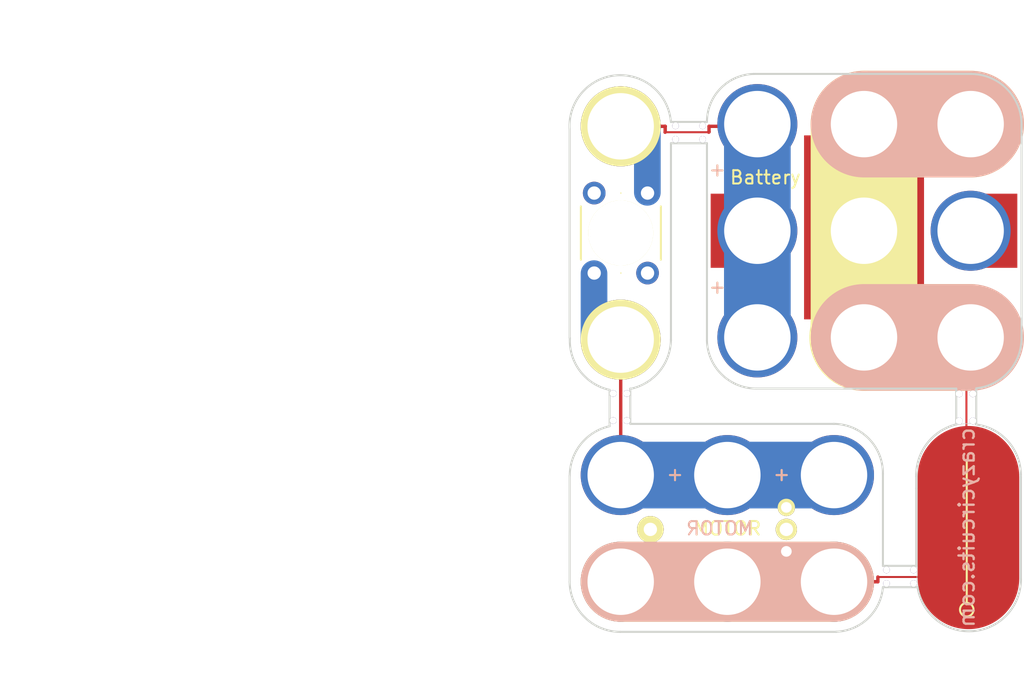
<source format=kicad_pcb>
(kicad_pcb (version 4) (host pcbnew 4.0.4+e1-6308~48~ubuntu16.04.1-stable)

  (general
    (links 0)
    (no_connects 0)
    (area 104.572999 74.854999 185.911048 126.983047)
    (thickness 1.6)
    (drawings 57)
    (tracks 24)
    (zones 0)
    (modules 8)
    (nets 1)
  )

  (page USLetter)
  (title_block
    (company "All Rights Reserved")
    (comment 1 help@browndoggadgets.com)
    (comment 2 http://www.browndoggadgets.com/)
    (comment 3 "Company: Brown Dog Gadgets")
  )

  (layers
    (0 F.Cu signal)
    (31 B.Cu signal)
    (34 B.Paste user)
    (35 F.Paste user)
    (36 B.SilkS user)
    (37 F.SilkS user)
    (38 B.Mask user)
    (39 F.Mask user)
    (44 Edge.Cuts user)
    (46 B.CrtYd user)
    (47 F.CrtYd user)
    (48 B.Fab user)
    (49 F.Fab user)
  )

  (setup
    (last_trace_width 0.254)
    (user_trace_width 0.1524)
    (user_trace_width 0.254)
    (user_trace_width 0.3302)
    (user_trace_width 0.508)
    (user_trace_width 0.762)
    (user_trace_width 1.27)
    (trace_clearance 0.254)
    (zone_clearance 0.508)
    (zone_45_only no)
    (trace_min 0.1524)
    (segment_width 0.1524)
    (edge_width 0.1524)
    (via_size 0.6858)
    (via_drill 0.3302)
    (via_min_size 0.6858)
    (via_min_drill 0.3302)
    (user_via 0.6858 0.3302)
    (user_via 0.762 0.4064)
    (user_via 0.8636 0.508)
    (uvia_size 0.6858)
    (uvia_drill 0.3302)
    (uvias_allowed no)
    (uvia_min_size 0)
    (uvia_min_drill 0)
    (pcb_text_width 0.1524)
    (pcb_text_size 1.016 1.016)
    (mod_edge_width 0.1524)
    (mod_text_size 1.016 1.016)
    (mod_text_width 0.1524)
    (pad_size 1.524 1.524)
    (pad_drill 0.762)
    (pad_to_mask_clearance 0.0762)
    (solder_mask_min_width 0.1016)
    (pad_to_paste_clearance -0.0762)
    (aux_axis_origin 0 0)
    (visible_elements FFFEDF7D)
    (pcbplotparams
      (layerselection 0x310fc_80000001)
      (usegerberextensions true)
      (excludeedgelayer true)
      (linewidth 0.100000)
      (plotframeref false)
      (viasonmask false)
      (mode 1)
      (useauxorigin false)
      (hpglpennumber 1)
      (hpglpenspeed 20)
      (hpglpendiameter 15)
      (hpglpenoverlay 2)
      (psnegative false)
      (psa4output false)
      (plotreference true)
      (plotvalue true)
      (plotinvisibletext false)
      (padsonsilk false)
      (subtractmaskfromsilk false)
      (outputformat 1)
      (mirror false)
      (drillshape 0)
      (scaleselection 1)
      (outputdirectory gerbers))
  )

  (net 0 "")

  (net_class Default "This is the default net class."
    (clearance 0.254)
    (trace_width 0.254)
    (via_dia 0.6858)
    (via_drill 0.3302)
    (uvia_dia 0.6858)
    (uvia_drill 0.3302)
  )

  (module Rewire_Circuits:TAB-20MIL-2x2-SNAP (layer F.Cu) (tedit 582F3AD7) (tstamp 58330E73)
    (at 172.085 118.11 270)
    (fp_text reference REF** (at 1.778 -4.318 270) (layer F.Fab) hide
      (effects (font (size 1 1) (thickness 0.15)))
    )
    (fp_text value TAB-20MIL-2x4-SNAP (at 0 -4.1 270) (layer F.Fab) hide
      (effects (font (size 1 1) (thickness 0.15)))
    )
    (fp_line (start -0.762 1.27) (end -0.762 -1.27) (layer F.Fab) (width 0.04064))
    (fp_line (start 0.762 1.27) (end 0.762 -1.27) (layer F.Fab) (width 0.04064))
    (pad 1 thru_hole circle (at -0.508 -1.016 270) (size 0.5 0.5) (drill 0.5) (layers *.Cu))
    (pad 1 thru_hole circle (at 0.508 -1.016 270) (size 0.5 0.5) (drill 0.5) (layers *.Cu))
    (pad 1 thru_hole circle (at 0.508 1.016 270) (size 0.5 0.5) (drill 0.5) (layers *.Cu))
    (pad 1 thru_hole circle (at -0.508 1.016 270) (size 0.5 0.5) (drill 0.5) (layers *.Cu))
  )

  (module Rewire_Circuits:TAB-20MIL-2x2-SNAP (layer F.Cu) (tedit 582F3AD7) (tstamp 58330E6A)
    (at 177.038 105.41 180)
    (fp_text reference REF** (at 1.778 -4.318 180) (layer F.Fab) hide
      (effects (font (size 1 1) (thickness 0.15)))
    )
    (fp_text value TAB-20MIL-2x4-SNAP (at 0 -4.1 180) (layer F.Fab) hide
      (effects (font (size 1 1) (thickness 0.15)))
    )
    (fp_line (start -0.762 1.27) (end -0.762 -1.27) (layer F.Fab) (width 0.04064))
    (fp_line (start 0.762 1.27) (end 0.762 -1.27) (layer F.Fab) (width 0.04064))
    (pad 1 thru_hole circle (at -0.508 -1.016 180) (size 0.5 0.5) (drill 0.5) (layers *.Cu))
    (pad 1 thru_hole circle (at 0.508 -1.016 180) (size 0.5 0.5) (drill 0.5) (layers *.Cu))
    (pad 1 thru_hole circle (at 0.508 1.016 180) (size 0.5 0.5) (drill 0.5) (layers *.Cu))
    (pad 1 thru_hole circle (at -0.508 1.016 180) (size 0.5 0.5) (drill 0.5) (layers *.Cu))
  )

  (module Rewire_Circuits:TAB-20MIL-2x2-SNAP (layer F.Cu) (tedit 582F3AD7) (tstamp 5832FFA1)
    (at 156.2608 84.7979 90)
    (fp_text reference REF** (at 1.778 -4.318 90) (layer F.Fab) hide
      (effects (font (size 1 1) (thickness 0.15)))
    )
    (fp_text value TAB-20MIL-2x4-SNAP (at 0 -4.1 90) (layer F.Fab) hide
      (effects (font (size 1 1) (thickness 0.15)))
    )
    (fp_line (start -0.762 1.27) (end -0.762 -1.27) (layer F.Fab) (width 0.04064))
    (fp_line (start 0.762 1.27) (end 0.762 -1.27) (layer F.Fab) (width 0.04064))
    (pad 1 thru_hole circle (at -0.508 -1.016 90) (size 0.5 0.5) (drill 0.5) (layers *.Cu))
    (pad 1 thru_hole circle (at 0.508 -1.016 90) (size 0.5 0.5) (drill 0.5) (layers *.Cu))
    (pad 1 thru_hole circle (at 0.508 1.016 90) (size 0.5 0.5) (drill 0.5) (layers *.Cu))
    (pad 1 thru_hole circle (at -0.508 1.016 90) (size 0.5 0.5) (drill 0.5) (layers *.Cu))
  )

  (module Rewire_Circuits:VIBE-MOTOR-2x3 (layer F.Cu) (tedit 58333C20) (tstamp 5832EC77)
    (at 167.132 110.49 180)
    (fp_text reference REF** (at 8.575 -4.575 360) (layer F.SilkS) hide
      (effects (font (size 1 1) (thickness 0.15)))
    )
    (fp_text value MOTOR (at 8.575 -4 180) (layer B.SilkS)
      (effects (font (size 1 1) (thickness 0.15)) (justify mirror))
    )
    (fp_line (start 16 -8) (end 0 -8) (layer B.Mask) (width 5))
    (fp_line (start 0 0) (end 16 0) (layer B.Cu) (width 5))
    (fp_line (start 0 0) (end 16 0) (layer B.Mask) (width 5))
    (fp_line (start 0 -8) (end 16 -8) (layer B.Cu) (width 5))
    (fp_line (start 0 -8) (end 16 -8) (layer F.SilkS) (width 6))
    (fp_text user + (at 4 0 270) (layer B.SilkS)
      (effects (font (size 1 1) (thickness 0.15)) (justify mirror))
    )
    (fp_text user + (at 12 0 270) (layer F.SilkS)
      (effects (font (size 1 1) (thickness 0.15)))
    )
    (fp_text user - (at 4 -8 360) (layer F.SilkS)
      (effects (font (size 1 1) (thickness 0.15)))
    )
    (fp_text user - (at 12 -8 180) (layer F.SilkS)
      (effects (font (size 1 1) (thickness 0.15)))
    )
    (fp_text user + (at 4 0 270) (layer F.SilkS)
      (effects (font (size 1 1) (thickness 0.15)))
    )
    (fp_text user + (at 12 0 270) (layer B.SilkS)
      (effects (font (size 1 1) (thickness 0.15)) (justify mirror))
    )
    (fp_line (start 0 -8) (end 16 -8) (layer B.SilkS) (width 6))
    (fp_arc (start 0.106632 -8.00018) (end -3.693368 -7.90018) (angle 89.9) (layer F.Fab) (width 0.04064))
    (fp_arc (start 0.111824 0) (end 0.411824 3.8) (angle 94.51398846) (layer F.Fab) (width 0.04064))
    (fp_arc (start 16 0) (end 19.8 -0.1) (angle 91.50743576) (layer F.Fab) (width 0.04064))
    (fp_arc (start 16 -8) (end 15.9 -11.8) (angle 91.50743576) (layer F.Fab) (width 0.04064))
    (fp_line (start 19.8 -8) (end 19.8 0) (layer F.Fab) (width 0.04064))
    (fp_line (start 16 -11.8) (end 0 -11.8) (layer F.Fab) (width 0.04064))
    (fp_line (start 16 3.8) (end 0.3 3.8) (layer F.Fab) (width 0.04064))
    (fp_line (start -3.7 -8) (end -3.7 0) (layer F.Fab) (width 0.04064))
    (fp_text user MOTOR (at 8 -4 180) (layer F.Fab)
      (effects (font (size 1 1) (thickness 0.15)))
    )
    (pad 1 thru_hole circle (at 3.575 -2.425 270) (size 1.3 1.3) (drill 0.8) (layers *.Cu *.Mask F.SilkS))
    (pad 3 thru_hole circle (at 3.575 -4.075 270) (size 1.6 1.6) (drill 1) (layers *.Cu *.Mask F.SilkS))
    (pad 2 thru_hole circle (at 3.575 -5.725 270) (size 1.3 1.3) (drill 0.8) (layers *.Cu *.Mask F.SilkS))
    (pad 3 thru_hole circle (at 13.775 -4.075 270) (size 2 2) (drill 1) (layers *.Cu *.Mask F.SilkS))
    (pad 1 thru_hole circle (at 16 0 180) (size 6 6) (drill 4.98) (layers *.Cu *.Mask))
    (pad 1 thru_hole circle (at 0 0 180) (size 6 6) (drill 4.98) (layers *.Cu *.Mask))
    (pad 2 thru_hole circle (at 0 -8 180) (size 6 6) (drill 4.98) (layers *.Cu *.Mask))
    (pad 2 thru_hole circle (at 8 -8 180) (size 6 6) (drill 4.98) (layers *.Cu *.Mask))
    (pad 2 thru_hole circle (at 16 -8 180) (size 6 6) (drill 4.98) (layers *.Cu *.Mask))
    (pad 1 thru_hole circle (at 8 0 180) (size 6 6) (drill 4.98) (layers *.Cu *.Mask))
  )

  (module Rewire_Circuits:BUTTON-1x3-TH-OMRON-B3F-1XXX (layer F.Cu) (tedit 58333C26) (tstamp 5832F2CB)
    (at 151.13 100.33 90)
    (descr "BUTTON 1x3 TH OMRON B3F-1XXX")
    (tags "Omron B3F-10xx")
    (fp_text reference SWITCH (at 8.05 0.15 90) (layer F.Fab)
      (effects (font (size 1 1) (thickness 0.15)))
    )
    (fp_text value Pushbutton (at 7.55 -4.6 270) (layer F.Fab) hide
      (effects (font (size 1 1) (thickness 0.15)))
    )
    (fp_line (start 16 3.8) (end 0 3.8) (layer F.Fab) (width 0.05))
    (fp_line (start 0 -3.8) (end 16 -3.8) (layer F.Fab) (width 0.05))
    (fp_arc (start 0 0) (end 0 3.8) (angle 180) (layer F.Fab) (width 0.05))
    (fp_line (start 4.95 -2) (end 0 -2) (layer B.Cu) (width 2))
    (fp_line (start 5.9934 3.0142) (end 9.9934 3.0142) (layer F.SilkS) (width 0.15))
    (fp_line (start 5.9934 -2.9858) (end 9.9934 -2.9858) (layer F.SilkS) (width 0.15))
    (fp_line (start 4.9934 0.0142) (end 4.9934 0.0142) (layer F.SilkS) (width 0))
    (fp_line (start 9.9934 3.0142) (end 5.9934 3.0142) (layer F.SilkS) (width 0))
    (fp_line (start 9.9934 -2.9858) (end 5.9934 -2.9858) (layer F.SilkS) (width 0))
    (fp_line (start 10.9934 0.0142) (end 10.9934 0.0142) (layer F.SilkS) (width 0))
    (fp_circle (center 7.9934 0.0142) (end 8.9934 1.0142) (layer F.SilkS) (width 0))
    (fp_line (start 16 2) (end 11.05 2) (layer B.Cu) (width 2))
    (fp_arc (start 16 0) (end 16 -3.8) (angle 180) (layer F.Fab) (width 0.05))
    (pad 2 thru_hole circle (at 10.9934 2.0142 90) (size 1.7 1.7) (drill 1) (layers *.Cu *.Mask))
    (pad 2 thru_hole circle (at 4.9934 2.0142 90) (size 1.7 1.7) (drill 1) (layers *.Cu *.Mask))
    (pad 1 thru_hole circle (at 10.9934 -1.9858 90) (size 1.7 1.7) (drill 1) (layers *.Cu *.Mask))
    (pad 1 thru_hole circle (at 4.9934 -1.9858 90) (size 1.7 1.7) (drill 1) (layers *.Cu *.Mask))
    (pad "" np_thru_hole circle (at 8 0 90) (size 4.88 4.88) (drill 4.98) (layers *.Cu *.Mask F.SilkS))
    (pad 1 thru_hole circle (at 0 0 90) (size 6 6) (drill 4.98) (layers *.Cu *.Mask F.SilkS))
    (pad 2 thru_hole circle (at 16 0 90) (size 6 6) (drill 4.98) (layers *.Cu *.Mask F.SilkS))
  )

  (module Rewire_Circuits:TAB-20MIL-2x2-SNAP (layer F.Cu) (tedit 582F3AD7) (tstamp 5832FF9F)
    (at 151.0792 105.3846 180)
    (fp_text reference REF** (at 1.778 -4.318 180) (layer F.Fab) hide
      (effects (font (size 1 1) (thickness 0.15)))
    )
    (fp_text value TAB-20MIL-2x4-SNAP (at 0 -4.1 180) (layer F.Fab) hide
      (effects (font (size 1 1) (thickness 0.15)))
    )
    (fp_line (start -0.762 1.27) (end -0.762 -1.27) (layer F.Fab) (width 0.04064))
    (fp_line (start 0.762 1.27) (end 0.762 -1.27) (layer F.Fab) (width 0.04064))
    (pad 1 thru_hole circle (at -0.508 -1.016 180) (size 0.5 0.5) (drill 0.5) (layers *.Cu))
    (pad 1 thru_hole circle (at 0.508 -1.016 180) (size 0.5 0.5) (drill 0.5) (layers *.Cu))
    (pad 1 thru_hole circle (at 0.508 1.016 180) (size 0.5 0.5) (drill 0.5) (layers *.Cu))
    (pad 1 thru_hole circle (at -0.508 1.016 180) (size 0.5 0.5) (drill 0.5) (layers *.Cu))
  )

  (module Crazy_Circuits:LOGO-CRAZY-1x2 (layer F.Cu) (tedit 58657A78) (tstamp 58330E3E)
    (at 181.1528 114.427 90)
    (descr LOGO)
    (tags LOGO)
    (fp_text reference LOGO (at 0 -3.52806 90) (layer F.Fab)
      (effects (font (size 1 1) (thickness 0.15)))
    )
    (fp_text value "BROWN DOG" (at -0.381 -8.89 90) (layer B.SilkS) hide
      (effects (font (size 1.27 1.27) (thickness 0.254)) (justify mirror))
    )
    (fp_text user crazycircuits.com (at 0 -4.064 90) (layer B.SilkS)
      (effects (font (size 1.143 1.143) (thickness 0.1778)) (justify mirror))
    )
    (fp_line (start 6.096 -5.2705) (end 4.953 -4.318) (layer F.Mask) (width 0.1524))
    (fp_line (start 4.7625 -4.318) (end 6.096 -5.2705) (layer F.Mask) (width 0.1524))
    (fp_line (start 5.715 -5.1435) (end 4.7625 -4.318) (layer F.Mask) (width 0.1524))
    (fp_line (start 4.6355 -4.3815) (end 5.715 -5.1435) (layer F.Mask) (width 0.1524))
    (fp_line (start 5.5245 -5.08) (end 4.6355 -4.3815) (layer F.Mask) (width 0.1524))
    (fp_line (start 4.3815 -4.318) (end 5.5245 -5.08) (layer F.Mask) (width 0.1524))
    (fp_line (start 5.207 -4.953) (end 4.3815 -4.318) (layer F.Mask) (width 0.1524))
    (fp_line (start 4.2545 -4.3815) (end 5.207 -4.953) (layer F.Mask) (width 0.1524))
    (fp_line (start 5.0165 -4.953) (end 4.2545 -4.3815) (layer F.Mask) (width 0.1524))
    (fp_line (start 4.2545 -4.5085) (end 5.0165 -4.953) (layer F.Mask) (width 0.1524))
    (fp_line (start 4.7625 -4.953) (end 4.2545 -4.5085) (layer F.Mask) (width 0.1524))
    (fp_line (start 4.191 -4.6355) (end 4.7625 -4.953) (layer F.Mask) (width 0.1524))
    (fp_line (start 4.7625 -5.1435) (end 4.191 -4.6355) (layer F.Mask) (width 0.1524))
    (fp_line (start 4.7625 -5.2705) (end 4.1275 -4.7625) (layer F.Mask) (width 0.1524))
    (fp_line (start 4.8895 -5.461) (end 4.064 -4.8895) (layer F.Mask) (width 0.1524))
    (fp_line (start 4.8895 -5.588) (end 4.064 -5.0165) (layer F.Mask) (width 0.1524))
    (fp_line (start 3.048 -4.3815) (end 2.413 -5.2705) (layer F.Mask) (width 0.254))
    (fp_line (start 4.953 -4.2545) (end 2.9845 -4.2545) (layer F.Mask) (width 0.1524))
    (fp_line (start 6.5405 -5.3975) (end 4.953 -4.2545) (layer F.Mask) (width 0.1524))
    (fp_line (start 4.7625 -4.953) (end 6.5405 -5.3975) (layer F.Mask) (width 0.1524))
    (fp_line (start 5.08 -5.842) (end 4.7625 -4.953) (layer F.Mask) (width 0.1524))
    (fp_line (start 4.0005 -5.1435) (end 5.08 -5.842) (layer F.Mask) (width 0.1524))
    (fp_line (start 3.175 -6.604) (end 4.0005 -5.08) (layer F.Mask) (width 0.1524))
    (fp_line (start 3.2385 -5.207) (end 3.175 -6.604) (layer F.Mask) (width 0.1524))
    (fp_line (start 2.159 -5.461) (end 3.2385 -5.207) (layer F.Mask) (width 0.1524))
    (fp_line (start 2.9845 -4.2545) (end 2.159 -5.461) (layer F.Mask) (width 0.1524))
    (fp_line (start -5.588 -4.064) (end 5.08 -4.064) (layer F.SilkS) (width 0.1524))
    (fp_circle (center -6.1595 -4.064) (end -5.82208 -3.683) (layer F.SilkS) (width 0.1524))
    (fp_text user CRAZY (at -2.032 -5.588 90) (layer F.SilkS) hide
      (effects (font (thickness 0.381)))
    )
    (fp_line (start 3.9 -7.8) (end -3.9 -7.8) (layer F.Fab) (width 0.04064))
    (fp_line (start 3.9 0) (end -3.9 0) (layer F.Fab) (width 0.04064))
    (fp_arc (start 3.9 -3.9) (end 3.9 -7.8) (angle 90) (layer F.Fab) (width 0.04064))
    (fp_arc (start 3.9 -3.9) (end 7.8 -3.9) (angle 90) (layer F.Fab) (width 0.04064))
    (fp_arc (start -3.9 -3.9) (end -3.9 0) (angle 90) (layer F.Fab) (width 0.04064))
    (fp_arc (start -3.9 -3.9) (end -7.8 -3.9) (angle 90) (layer F.Fab) (width 0.04064))
    (fp_line (start 3.9 -7.8) (end -3.9 -7.8) (layer Edge.Cuts) (width 0.04064))
    (fp_line (start 3.9 0) (end -3.9 0) (layer Edge.Cuts) (width 0.04064))
    (fp_arc (start 3.9 -3.9) (end 3.9 -7.8) (angle 90) (layer Edge.Cuts) (width 0.04064))
    (fp_arc (start 3.9 -3.9) (end 7.8 -3.9) (angle 90) (layer Edge.Cuts) (width 0.04064))
    (fp_arc (start -3.9 -3.9) (end -3.9 0) (angle 90) (layer Edge.Cuts) (width 0.04064))
    (fp_arc (start -3.9 -3.9) (end -7.8 -3.9) (angle 90) (layer Edge.Cuts) (width 0.04064))
    (fp_text user CIRCUITS (at 0.254 -2.286 90) (layer F.SilkS) hide
      (effects (font (thickness 0.381)))
    )
    (fp_line (start 3.2385 -4.3815) (end 2.6035 -5.2705) (layer F.Mask) (width 0.254))
    (fp_line (start 3.429 -4.3815) (end 2.8575 -5.207) (layer F.Mask) (width 0.254))
    (fp_line (start 3.556 -4.3815) (end 3.1115 -5.1435) (layer F.Mask) (width 0.254))
    (fp_line (start 3.81 -4.3815) (end 3.3655 -5.207) (layer F.Mask) (width 0.254))
    (fp_line (start 4.0005 -4.3815) (end 3.429 -5.461) (layer F.Mask) (width 0.254))
    (fp_line (start 4.191 -4.3815) (end 3.302 -6.096) (layer F.Mask) (width 0.254))
    (fp_line (start 3.3655 -5.3975) (end 3.302 -6.223) (layer F.Mask) (width 0.254))
    (pad BG smd oval (at 0 -3.937 90) (size 15.24 7.62) (layers F.Cu))
  )

  (module Crazy_Circuits:CR2032-3x3-NO-ROTATE (layer F.Cu) (tedit 584E3091) (tstamp 5832F955)
    (at 177.3809 84.1639 180)
    (fp_text reference BT1 (at 4 -8 270) (layer F.Fab) hide
      (effects (font (size 1 1) (thickness 0.15)))
    )
    (fp_text value Battery (at 15.4 -4 180) (layer F.SilkS)
      (effects (font (size 1 1) (thickness 0.15)))
    )
    (fp_text user %R (at 8 -8 180) (layer F.Fab)
      (effects (font (size 1 1) (thickness 0.15)))
    )
    (fp_line (start 0 3.8) (end 16 3.8) (layer F.Fab) (width 0.05))
    (fp_line (start -3.8 -16) (end -3.8 0) (layer F.Fab) (width 0.05))
    (fp_line (start 19.8 -16) (end 19.8 0) (layer F.Fab) (width 0.05))
    (fp_line (start 0 -19.8) (end 16 -19.8) (layer F.Fab) (width 0.05))
    (fp_arc (start 0 -16) (end -3.8 -16) (angle 90) (layer F.Fab) (width 0.05))
    (fp_arc (start 0 0) (end 0 3.8) (angle 90) (layer F.Fab) (width 0.05))
    (fp_arc (start 16 0) (end 19.8 0) (angle 90) (layer F.Fab) (width 0.05))
    (fp_arc (start 16 -16) (end 16 -19.8) (angle 90) (layer F.Fab) (width 0.05))
    (fp_line (start 0 0) (end 8 0) (layer B.SilkS) (width 8))
    (fp_line (start 8 0) (end 8 -16) (layer F.SilkS) (width 8))
    (fp_text user + (at 19 -3.4 180) (layer B.SilkS)
      (effects (font (size 1 1) (thickness 0.15)) (justify mirror))
    )
    (fp_line (start 8 -16) (end 0 -16) (layer B.Mask) (width 5))
    (fp_line (start 8 0) (end 8 -16) (layer B.Mask) (width 5))
    (fp_line (start 0 0) (end 8 0) (layer B.Mask) (width 5))
    (fp_line (start 8 -16) (end 8 0) (layer B.Cu) (width 5))
    (fp_line (start 0 -16) (end 8 -16) (layer B.Cu) (width 5))
    (fp_line (start 0 0) (end 8 0) (layer B.Cu) (width 5))
    (fp_line (start 16 0) (end 16 -16) (layer B.Cu) (width 5))
    (fp_text user + (at 19 -12.2 180) (layer F.SilkS)
      (effects (font (size 1 1) (thickness 0.15)))
    )
    (fp_line (start 16 -16) (end 16 0) (layer B.Mask) (width 5))
    (fp_line (start 0 -16) (end 8 -16) (layer B.SilkS) (width 8))
    (fp_line (start 0 0) (end 8 0) (layer F.SilkS) (width 8))
    (fp_text user + (at 19 -12.2 180) (layer B.SilkS)
      (effects (font (size 1 1) (thickness 0.15)) (justify mirror))
    )
    (fp_text user + (at 19 -3.4 180) (layer F.SilkS)
      (effects (font (size 1 1) (thickness 0.15)))
    )
    (fp_line (start 0.1 -16) (end 8.1 -16) (layer F.SilkS) (width 8))
    (pad GND thru_hole circle (at 8 -8 180) (size 6 6) (drill 4.98) (layers *.Cu *.Mask))
    (pad + thru_hole circle (at 0 -8 180) (size 6 6) (drill 4.98) (layers *.Cu))
    (pad + thru_hole circle (at 16 -8 180) (size 6 6) (drill 4.98) (layers *.Cu B.Mask))
    (pad + smd rect (at 18.2 -8 180) (size 2.6 5.56) (layers F.Cu F.Paste F.Mask))
    (pad GND smd rect (at 7.996 -7.746 180) (size 9 13.8) (layers F.Cu F.Paste F.Mask))
    (pad + smd rect (at -2.2 -8 180) (size 2.6 5.56) (layers F.Cu F.Paste F.Mask))
    (pad GND thru_hole circle (at 0 -16 180) (size 6 6) (drill 4.98) (layers *.Cu *.Mask))
    (pad GND thru_hole circle (at 8 -16 180) (size 6 6) (drill 4.98) (layers *.Cu *.Mask))
    (pad + thru_hole circle (at 16 -16 180) (size 6 6) (drill 4.98) (layers *.Cu B.Mask))
    (pad GND thru_hole circle (at 0 0 180) (size 6 6) (drill 4.98) (layers *.Cu *.Mask))
    (pad GND thru_hole circle (at 8 0 180) (size 6 6) (drill 4.98) (layers *.Cu *.Mask))
    (pad + thru_hole circle (at 16 0 180) (size 6 6) (drill 4.98) (layers *.Cu B.Mask))
  )

  (gr_text MOTOR (at 159.131 114.4905) (layer F.SilkS)
    (effects (font (size 1.016 1.016) (thickness 0.1524)))
  )
  (gr_text CIRCUITS (at 178.562 113.9825 90) (layer F.Mask) (tstamp 5865B784)
    (effects (font (size 1.397 1.397) (thickness 0.3175)))
  )
  (gr_text CRAZY (at 175.8315 116.6495 90) (layer F.Mask)
    (effects (font (size 1.397 1.397) (thickness 0.3175)))
  )
  (gr_text "Crazy Circuit Kit\n12/29/16" (at 180.2 124.85) (layer F.Fab)
    (effects (font (size 1.016 1.016) (thickness 0.1524)) (justify right))
  )
  (gr_text "Assembly Information\nVibeMotor-Battery-Button v1.1" (at 180.05 77.6) (layer F.Fab)
    (effects (font (size 1.016 1.016) (thickness 0.1524)) (justify right))
  )
  (gr_line (start 151.1 122.25) (end 167.3 122.25) (layer Edge.Cuts) (width 0.1524))
  (gr_arc (start 151.099671 118.45) (end 151.099671 122.25) (angle 89.24615167) (layer Edge.Cuts) (width 0.1524))
  (gr_line (start 147.3 110.55) (end 147.3 118.5) (layer Edge.Cuts) (width 0.1524))
  (gr_arc (start 151.109048 110.539666) (end 147.309048 110.539666) (angle 77.79262944) (layer Edge.Cuts) (width 0.1524))
  (gr_arc (start 177.245014 110.52295) (end 173.295014 110.57295) (angle 76.66359666) (layer Edge.Cuts) (width 0.1524))
  (gr_arc (start 177.32204 110.5) (end 177.783864 106.7) (angle 83.07067559) (layer Edge.Cuts) (width 0.1524))
  (gr_line (start 181.15 118.3) (end 181.15 110.6) (layer Edge.Cuts) (width 0.1524))
  (gr_arc (start 177.25465 118.306977) (end 181.15465 118.306977) (angle 171.2538377) (layer Edge.Cuts) (width 0.1524))
  (gr_arc (start 167.17249 118.602198) (end 170.8 118.9) (angle 83.33186569) (layer Edge.Cuts) (width 0.1524))
  (gr_line (start 170.8 118.9) (end 173.4 118.9) (layer Edge.Cuts) (width 0.1524))
  (gr_line (start 173.3 111.5) (end 173.3 110.6) (layer Edge.Cuts) (width 0.1524))
  (gr_line (start 173.3 117.3) (end 173.3 111.5) (layer Edge.Cuts) (width 0.1524))
  (gr_line (start 170.8 117.3) (end 173.3 117.3) (layer Edge.Cuts) (width 0.1524))
  (gr_line (start 170.8 110.4) (end 170.8 117.3) (layer Edge.Cuts) (width 0.1524))
  (gr_arc (start 167.1 110.35) (end 167.1 106.65) (angle 90.77421347) (layer Edge.Cuts) (width 0.1524))
  (gr_line (start 151.85 106.65) (end 167.15 106.65) (layer Edge.Cuts) (width 0.1524))
  (gr_line (start 151.85 104) (end 151.85 106.65) (layer Edge.Cuts) (width 0.1524))
  (gr_line (start 150.3 104.1) (end 150.3 106.8) (layer Edge.Cuts) (width 0.1524))
  (gr_arc (start 151.1 100.4) (end 150.3 104.1) (angle 80.73520472) (layer Edge.Cuts) (width 0.1524))
  (gr_line (start 147.3 100.2) (end 147.3 84.5) (layer Edge.Cuts) (width 0.1524))
  (gr_arc (start 151.098685 100.299965) (end 154.898685 100.299965) (angle 78.6540423) (layer Edge.Cuts) (width 0.1524))
  (gr_line (start 154.9 85.6) (end 154.9 100.4) (layer Edge.Cuts) (width 0.1524))
  (gr_line (start 157.6 85.6) (end 154.9 85.6) (layer Edge.Cuts) (width 0.1524))
  (gr_line (start 157.6 100.4) (end 157.6 85.6) (layer Edge.Cuts) (width 0.1524))
  (gr_arc (start 161.29872 100.3) (end 161.29872 104) (angle 88.49256424) (layer Edge.Cuts) (width 0.1524))
  (gr_line (start 176.3 104) (end 161.3 104) (layer Edge.Cuts) (width 0.1524))
  (gr_line (start 176.3 104) (end 176.3 106.7) (layer Edge.Cuts) (width 0.1524))
  (gr_line (start 177.8 104) (end 177.8 106.7) (layer Edge.Cuts) (width 0.1524))
  (gr_arc (start 177.4 100.2) (end 181.2 100.2) (angle 83.99099562) (layer Edge.Cuts) (width 0.1524))
  (gr_line (start 181.2 84.2) (end 181.2 100.3) (layer Edge.Cuts) (width 0.1524))
  (gr_arc (start 177.4 84.2) (end 177.4 80.4) (angle 90) (layer Edge.Cuts) (width 0.1524))
  (gr_line (start 161.1 80.4) (end 177.4 80.4) (layer Edge.Cuts) (width 0.1524))
  (gr_arc (start 161.2 84) (end 157.6 84) (angle 88.40885973) (layer Edge.Cuts) (width 0.1524))
  (gr_line (start 154.9 84) (end 157.6 84) (layer Edge.Cuts) (width 0.1524))
  (gr_arc (start 151.1 84.3) (end 147.296428 84.498649) (angle 178.4756859) (layer Edge.Cuts) (width 0.1524))
  (gr_circle (center 117.348 76.962) (end 118.618 76.962) (layer Dwgs.User) (width 0.15))
  (gr_line (start 114.427 78.994) (end 114.427 74.93) (angle 90) (layer Dwgs.User) (width 0.15))
  (gr_line (start 120.269 78.994) (end 114.427 78.994) (angle 90) (layer Dwgs.User) (width 0.15))
  (gr_line (start 120.269 74.93) (end 120.269 78.994) (angle 90) (layer Dwgs.User) (width 0.15))
  (gr_line (start 114.427 74.93) (end 120.269 74.93) (angle 90) (layer Dwgs.User) (width 0.15))
  (gr_line (start 120.523 93.98) (end 104.648 93.98) (angle 90) (layer Dwgs.User) (width 0.15))
  (gr_line (start 173.355 102.235) (end 173.355 94.615) (angle 90) (layer Dwgs.User) (width 0.15))
  (gr_line (start 178.435 102.235) (end 173.355 102.235) (angle 90) (layer Dwgs.User) (width 0.15))
  (gr_line (start 178.435 94.615) (end 178.435 102.235) (angle 90) (layer Dwgs.User) (width 0.15))
  (gr_line (start 173.355 94.615) (end 178.435 94.615) (angle 90) (layer Dwgs.User) (width 0.15))
  (gr_line (start 109.093 123.19) (end 109.093 114.3) (angle 90) (layer Dwgs.User) (width 0.15))
  (gr_line (start 122.428 123.19) (end 109.093 123.19) (angle 90) (layer Dwgs.User) (width 0.15))
  (gr_line (start 122.428 114.3) (end 122.428 123.19) (angle 90) (layer Dwgs.User) (width 0.15))
  (gr_line (start 109.093 114.3) (end 122.428 114.3) (angle 90) (layer Dwgs.User) (width 0.15))
  (gr_line (start 104.648 93.98) (end 104.648 82.55) (angle 90) (layer Dwgs.User) (width 0.15))
  (gr_line (start 120.523 82.55) (end 120.523 93.98) (angle 90) (layer Dwgs.User) (width 0.15))
  (gr_line (start 104.648 82.55) (end 120.523 82.55) (angle 90) (layer Dwgs.User) (width 0.15))

  (segment (start 177.6603 103.8098) (end 177.6603 100.4433) (width 0.1524) (layer F.Cu) (net 0))
  (segment (start 177.6603 100.4433) (end 177.3809 100.1639) (width 0.1524) (layer F.Cu) (net 0))
  (segment (start 177.0634 103.8098) (end 177.6603 103.8098) (width 0.1524) (layer F.Cu) (net 0))
  (segment (start 177.0634 107.1245) (end 177.0634 103.8098) (width 0.1524) (layer F.Cu) (net 0))
  (segment (start 176.1744 107.1245) (end 177.0634 107.1245) (width 0.254) (layer F.Cu) (net 0))
  (segment (start 176.1617 107.1372) (end 176.1744 107.1245) (width 0.254) (layer F.Cu) (net 0))
  (segment (start 176.1617 111.8362) (end 176.1617 107.1372) (width 0.254) (layer F.Cu) (net 0))
  (segment (start 173.9138 114.0841) (end 176.1617 111.8362) (width 0.254) (layer F.Cu) (net 0))
  (segment (start 173.9138 118.1354) (end 173.9138 114.0841) (width 0.254) (layer F.Cu) (net 0))
  (segment (start 170.4213 118.1354) (end 173.9138 118.1354) (width 0.1524) (layer F.Cu) (net 0))
  (segment (start 170.4213 118.491) (end 170.4213 118.1354) (width 0.254) (layer F.Cu) (net 0))
  (segment (start 170.182 118.491) (end 170.4213 118.491) (width 0.254) (layer F.Cu) (net 0))
  (segment (start 167.132 118.49) (end 170.181 118.49) (width 0.254) (layer F.Cu) (net 0))
  (segment (start 170.181 118.49) (end 170.182 118.491) (width 0.254) (layer F.Cu) (net 0))
  (segment (start 151.132 110.49) (end 151.132 100.332) (width 0.254) (layer F.Cu) (net 0))
  (segment (start 151.132 100.332) (end 151.13 100.33) (width 0.254) (layer F.Cu) (net 0))
  (segment (start 154.4681 84.33) (end 154.4681 84.7618) (width 0.254) (layer F.Cu) (net 0))
  (segment (start 154.4681 84.7618) (end 154.4574 84.7725) (width 0.254) (layer F.Cu) (net 0))
  (segment (start 157.7574 84.33) (end 157.7574 84.7491) (width 0.254) (layer F.Cu) (net 0))
  (segment (start 157.7574 84.7491) (end 157.734 84.7725) (width 0.254) (layer F.Cu) (net 0))
  (segment (start 161.29 84.33) (end 157.7574 84.33) (width 0.254) (layer F.Cu) (net 0))
  (segment (start 154.4574 84.7725) (end 157.734 84.7725) (width 0.1524) (layer F.Cu) (net 0))
  (segment (start 154.4681 84.33) (end 154.4701 84.328) (width 0.254) (layer F.Cu) (net 0))
  (segment (start 151.13 84.33) (end 154.4681 84.33) (width 0.254) (layer F.Cu) (net 0))

)

</source>
